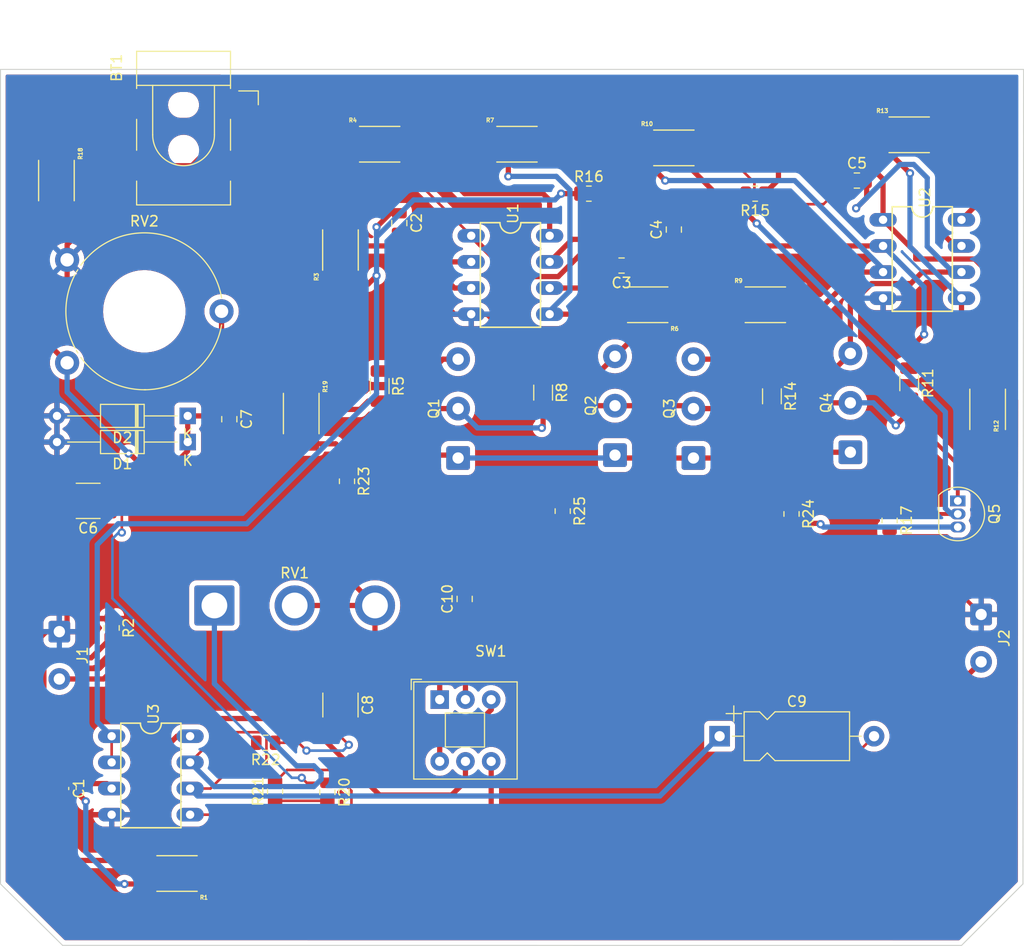
<source format=kicad_pcb>
(kicad_pcb (version 20211014) (generator pcbnew)
  (title_block (title "PhaserPCBLayout") (date "2022-05-14") (rev "0.0.1"))
  (layers (0 "F.Cu" signal) (31 "B.Cu" signal) (34 "B.Paste" user) (35 "F.Paste" user) (36 "B.SilkS" user "B.Silkscreen") (37 "F.SilkS" user "F.Silkscreen") (38 "B.Mask" user) (39 "F.Mask" user) (44 "Edge.Cuts" user))
  (net 0 "")
  (net 1 "GND")
  (net 2 "Net-(C1-Pad1)")
  (net 3 "Net-(C1-Pad2)")
  (net 4 "Net-(C2-Pad1)")
  (net 5 "Net-(C2-Pad2)")
  (net 6 "Net-(C3-Pad1)")
  (net 7 "Net-(C3-Pad2)")
  (net 8 "Net-(C4-Pad1)")
  (net 9 "Net-(C4-Pad2)")
  (net 10 "Net-(C5-Pad1)")
  (net 11 "Net-(C5-Pad2)")
  (net 12 "5.1Vref")
  (net 13 "Vbias")
  (net 14 "Net-(C8-Pad2)")
  (net 15 "Net-(C10-Pad1)")
  (net 16 "Net-(C10-Pad2)")
  (net 17 "Net-(Q5-Pad2)")
  (net 18 "Net-(R1-Pad1)")
  (net 19 "Net-(R3-Pad2)")
  (net 20 "Net-(R6-Pad2)")
  (net 21 "Net-(R10-Pad1)")
  (net 22 "Net-(R12-Pad2)")
  (net 23 "Net-(R13-Pad2)")
  (net 24 "Net-(R19-Pad1)")
  (net 25 "Net-(R20-Pad2)")
  (net 26 "Net-(C9-Pad2)")
  (net 27 "Net-(C9-Pad1)")
  (net 28 "Net-(J2-Pad2)")
  (net 29 "Net-(SW1-Pad3)")
  (net 30 "Net-(J1-Pad2)")
  (net 31 "Net-(U3-Pad8)")
  (footprint "10kres:RESC6332X70N" (layer "F.Cu") (at 165.735 73.025)
    (fp_text reference "R9")
    (fp_text value "10k")
  )
  (footprint "10kres:RESC6332X70N" (layer "F.Cu") (at 187.325 83.185 90)
    (fp_text reference "R12")
    (fp_text value "10k")
  )
  (footprint "Capacitor_SMD:C_0402_1005Metric" (layer "F.Cu") (at 98.425 120.015 -90)
    (fp_text reference "C1")
    (fp_text value "0.01uF")
  )
  (footprint "Resistor_SMD:R_1206_3216Metric" (layer "F.Cu") (at 166.37 81.915 -90)
    (fp_text reference "R14")
    (fp_text value "24k")
  )
  (footprint "Resistor_SMD:R_0805_2012Metric" (layer "F.Cu") (at 118.11 120.2925 90)
    (fp_text reference "R21")
    (fp_text value "470k")
  )
  (footprint "Capacitor_SMD:C_1812_4532Metric" (layer "F.Cu") (at 99.954 92.075 180)
    (fp_text reference "C6")
    (fp_text value "15uF")
  )
  (footprint "Resistor_SMD:R_0805_2012Metric" (layer "F.Cu") (at 102.235 104.4175 -90)
    (fp_text reference "R2")
    (fp_text value "470kOhm")
  )
  (footprint "Capacitor_SMD:C_0805_2012Metric" (layer "F.Cu") (at 130.175 65.085 -90)
    (fp_text reference "C2")
    (fp_text value "47nF")
  )
  (footprint "TL062:DIL08" (layer "F.Cu") (at 180.975 68.58 -90)
    (fp_text reference "U2")
    (fp_text value "TL062")
  )
  (footprint "Capacitor_THT:CP_Axial_L10.0mm_D4.5mm_P15.00mm_Horizontal" (layer "F.Cu") (at 161.29 114.935)
    (fp_text reference "C9")
    (fp_text value "0.01F")
  )
  (footprint "Button_Switch_THT:SW_Push_2P2T_Toggle_CK_PVA2OAH5xxxxxxV2" (layer "F.Cu") (at 134.1025 111.3775)
    (fp_text reference "SW1")
    (fp_text value "SW_DPDT_x2")
  )
  (footprint "Resistor_SMD:R_0805_2012Metric" (layer "F.Cu") (at 125.095 90.17 -90)
    (fp_text reference "R23")
    (fp_text value "3.9Meg")
  )
  (footprint "TL062:DIL08" (layer "F.Cu") (at 106.045 118.745 -90)
    (fp_text reference "U3")
    (fp_text value "TL062")
  )
  (footprint "10kres:RESC6332X70N" (layer "F.Cu") (at 179.705 56.515)
    (fp_text reference "R13")
    (fp_text value "10k")
  )
  (footprint "Connector_Wire:SolderWire-0.5sqmm_1x03_P4.8mm_D0.9mm_OD2.3mm" (layer "F.Cu") (at 173.99 87.35 90)
    (fp_text reference "Q4")
    (fp_text value "Q_NJFET_GDS")
  )
  (footprint "10kres:RESC6332X70N" (layer "F.Cu") (at 128.27 57.43)
    (fp_text reference "R4")
    (fp_text value "10k")
  )
  (footprint "RMCF2512JT1M00:RESC6332X70N" (layer "F.Cu") (at 120.65 83.589 -90)
    (fp_text reference "R19")
    (fp_text value "1Meg")
  )
  (footprint "Resistor_SMD:R_1206_3216Metric" (layer "F.Cu") (at 144.145 81.56 -90)
    (fp_text reference "R8")
    (fp_text value "24k")
  )
  (footprint "Diode_THT:D_DO-35_SOD27_P12.70mm_Horizontal" (layer "F.Cu") (at 109.624 86.36 180)
    (fp_text reference "D1")
    (fp_text value "D")
  )
  (footprint "Capacitor_SMD:C_0805_2012Metric" (layer "F.Cu") (at 113.665 84.14 -90)
    (fp_text reference "C7")
    (fp_text value "47nF")
  )
  (footprint "Resistor_SMD:R_0805_2012Metric" (layer "F.Cu") (at 123.19 120.3725 -90)
    (fp_text reference "R20")
    (fp_text value "150k")
  )
  (footprint "Resistor_SMD:R_0805_2012Metric" (layer "F.Cu") (at 168.275 93.345 -90)
    (fp_text reference "R24")
    (fp_text value "150k")
  )
  (footprint "Capacitor_SMD:C_0805_2012Metric" (layer "F.Cu") (at 156.845 65.72 90)
    (fp_text reference "C4")
    (fp_text value "47nF")
  )
  (footprint "Connector_Wire:SolderWire-2sqmm_1x03_P7.8mm_D2mm_OD3.9mm" (layer "F.Cu") (at 112.215 102.235)
    (fp_text reference "RV1")
    (fp_text value "470k")
  )
  (footprint "Resistor_SMD:R_0805_2012Metric" (layer "F.Cu") (at 117.1975 115.57 180)
    (fp_text reference "R22")
    (fp_text value "150k")
  )
  (footprint "Connector_Wire:SolderWire-0.5sqmm_1x03_P4.8mm_D0.9mm_OD2.3mm" (layer "F.Cu") (at 135.89 87.91 90)
    (fp_text reference "Q1")
    (fp_text value "Q_NJFET_GDS")
  )
  (footprint "10kres:RESC6332X70N" (layer "F.Cu") (at 96.87 60.96 -90)
    (fp_text reference "R18")
    (fp_text value "10k")
  )
  (footprint "10kres:RESC6332X70N" (layer "F.Cu") (at 124.46 67.709 90)
    (fp_text reference "R3")
    (fp_text value "10k")
  )
  (footprint "Resistor_SMD:R_1206_3216Metric" (layer "F.Cu") (at 128.27 80.925 -90)
    (fp_text reference "R5")
    (fp_text value "24k")
  )
  (footprint "10kres:RESC6332X70N" (layer "F.Cu") (at 156.845 57.785)
    (fp_text reference "R10")
    (fp_text value "10k")
  )
  (footprint "Potentiometer_THT:Potentiometer_Piher_PT-15-V15_Vertical_Hole" (layer "F.Cu") (at 97.91 78.66)
    (fp_text reference "RV2")
    (fp_text value "250k")
  )
  (footprint "Resistor_SMD:R_1206_3216Metric" (layer "F.Cu") (at 179.705 80.645 -90)
    (fp_text reference "R11")
    (fp_text value "24k")
  )
  (footprint "Connector_Wire:SolderWire-0.5sqmm_1x03_P4.8mm_D0.9mm_OD2.3mm" (layer "F.Cu") (at 151.13 87.63 90)
    (fp_text reference "Q2")
    (fp_text value "Q_NJFET_GDS")
  )
  (footprint "Capacitor_SMD:C_0805_2012Metric" (layer "F.Cu") (at 136.525 101.6 90)
    (fp_text reference "C10")
    (fp_text value "47nF")
  )
  (footprint "Diode_THT:D_DO-35_SOD27_P12.70mm_Horizontal" (layer "F.Cu") (at 109.624 83.82 180)
    (fp_text reference "D2")
    (fp_text value "5.1V")
  )
  (footprint "Package_TO_SOT_THT:TO-92_Inline" (layer "F.Cu") (at 184.425 92.075 -90)
    (fp_text reference "Q5")
    (fp_text value "2N3904")
  )
  (footprint "10kres:RESC6332X70N" (layer "F.Cu") (at 141.605 57.43)
    (fp_text reference "R7")
    (fp_text value "10k")
  )
  (footprint "Capacitor_SMD:C_0805_2012Metric" (layer "F.Cu") (at 174.625 60.96)
    (fp_text reference "C5")
    (fp_text value "47nF")
  )
  (footprint "Resistor_SMD:R_0805_2012Metric" (layer "F.Cu") (at 148.59 62.23)
    (fp_text reference "R16")
    (fp_text value "150k")
  )
  (footprint "Connector_Wire:SolderWire-0.5sqmm_1x03_P4.8mm_D0.9mm_OD2.3mm" (layer "F.Cu") (at 158.75 87.91 90)
    (fp_text reference "Q3")
    (fp_text value "Q_NJFET_GDS")
  )
  (footprint "Resistor_SMD:R_0805_2012Metric" (layer "F.Cu") (at 146.05 93.0675 -90)
    (fp_text reference "R25")
    (fp_text value "150k")
  )
  (footprint "Resistor_SMD:R_0805_2012Metric" (layer "F.Cu") (at 164.7425 62.23 180)
    (fp_text reference "R15")
    (fp_text value "150k")
  )
  (footprint "10kres:RESC6332X70N" (layer "F.Cu") (at 108.585 128.27 180)
    (fp_text reference "R1")
    (fp_text value "10kOhm")
  )
  (footprint "Resistor_SMD:R_0805_2012Metric" (layer "F.Cu") (at 177.8 93.98 -90)
    (fp_text reference "R17")
    (fp_text value "150k")
  )
  (footprint "Connector_Wire:SolderWire-0.5sqmm_1x02_P4.6mm_D0.9mm_OD2.1mm" (layer "F.Cu") (at 186.69 103.11 -90)
    (fp_text reference "J2")
    (fp_text value "Barrel_Jack")
  )
  (footprint "Connector_BarrelJack:BarrelJack_CLIFF_FC681465S_SMT_Horizontal" (layer "F.Cu") (at 109.22 56.515 -90)
    (fp_text reference "BT1")
    (fp_text value "9VDC")
  )
  (footprint "Connector_Wire:SolderWire-0.5sqmm_1x02_P4.6mm_D0.9mm_OD2.1mm" (layer "F.Cu") (at 97.155 104.775 -90)
    (fp_text reference "J1")
    (fp_text value "Barrel_Jack")
  )
  (footprint "10kres:RESC6332X70N" (layer "F.Cu") (at 154.305 73.025 180)
    (fp_text reference "R6")
    (fp_text value "10k")
  )
  (footprint "Capacitor_SMD:C_1812_4532Metric" (layer "F.Cu") (at 124.46 111.905 -90)
    (fp_text reference "C8")
    (fp_text value "15uF")
  )
  (footprint "TL062:DIL08" (layer "F.Cu") (at 140.97 70.13 -90)
    (fp_text reference "U1")
    (fp_text value "TL062")
  )
  (footprint "Capacitor_SMD:C_0805_2012Metric" (layer "F.Cu") (at 151.765 69.215 180)
    (fp_text reference "C3")
    (fp_text value "47nF")
  )
  (gr_line (start 184.785 135.255) (end 190.754 129.286) (layer "Edge.Cuts") (width 0.1))
  (gr_line (start 91.44 129.286) (end 91.44 50.165) (layer "Edge.Cuts") (width 0.1))
  (gr_line (start 184.785 135.255) (end 97.47 135.25) (layer "Edge.Cuts") (width 0.1))
  (gr_line (start 91.44 129.286) (end 97.47 135.25) (layer "Edge.Cuts") (width 0.1))
  (gr_line (start 190.8175 50.165) (end 190.754 129.286) (layer "Edge.Cuts") (width 0.1))
  (gr_line (start 190.8175 50.165) (end 91.44 50.165) (layer "Edge.Cuts") (width 0.1))
  (segment (start 135.535 73.94) (end 130.175 68.58) (width 0.508) (layer "F.Cu") (net 1))
  (segment (start 107.95 107.95) (end 109.855 109.855) (width 0.508) (layer "F.Cu") (net 1))
  (segment (start 142.955 92.155) (end 146.05 92.155) (width 0.508) (layer "F.Cu") (net 1))
  (segment (start 97.904 89.014) (end 96.924 88.034) (width 0.508) (layer "F.Cu") (net 1))
  (segment (start 184.785 101.205) (end 184.785 97.155) (width 0.381) (layer "F.Cu") (net 1))
  (segment (start 114.72 53.515) (end 114.72 59.515) (width 0.508) (layer "F.Cu") (net 1))
  (segment (start 97.91 74.415) (end 97.91 68.66) (width 0.508) (layer "F.Cu") (net 1))
  (segment (start 171.45 92.075) (end 168.6325 92.075) (width 0.381) (layer "F.Cu") (net 1))
  (segment (start 94.615 106.045) (end 95.885 104.775) (width 0.508) (layer "F.Cu") (net 1))
  (segment (start 140.97 76.2) (end 140.97 90.17) (width 0.508) (layer "F.Cu") (net 1))
  (segment (start 184.785 97.155) (end 184.15 96.52) (width 0.381) (layer "F.Cu") (net 1))
  (segment (start 186.69 103.11) (end 184.785 101.205) (width 0.381) (layer "F.Cu") (net 1))
  (segment (start 97.91 67.19) (end 99.06 66.04) (width 0.508) (layer "F.Cu") (net 1))
  (segment (start 97.904 92.075) (end 97.904 89.014) (width 0.508) (layer "F.Cu") (net 1))
  (segment (start 172.72 95.25) (end 172.72 93.345) (width 0.381) (layer "F.Cu") (net 1))
  (segment (start 94.615 120.65) (end 94.615 106.045) (width 0.508) (layer "F.Cu") (net 1))
  (segment (start 95.885 104.775) (end 97.155 104.775) (width 0.508) (layer "F.Cu") (net 1))
  (segment (start 174.625 92.075) (end 171.45 92.075) (width 0.508) (layer "F.Cu") (net 1))
  (segment (start 121.49 68.58) (end 114.72 61.81) (width 0.508) (layer "F.Cu") (net 1))
  (segment (start 177.165 89.535) (end 174.625 92.075) (width 0.508) (layer "F.Cu") (net 1))
  (segment (start 102.235 103.505) (end 106.045 103.505) (width 0.508) (layer "F.Cu") (net 1))
  (segment (start 109.855 109.855) (end 124.46 109.855) (width 0.508) (layer "F.Cu") (net 1))
  (segment (start 177.165 72.39) (end 177.165 89.535) (width 0.508) (layer "F.Cu") (net 1))
  (segment (start 106.045 103.505) (end 107.95 105.41) (width 0.508) (layer "F.Cu") (net 1))
  (segment (start 137.16 73.94) (end 135.535 73.94) (width 0.508) (layer "F.Cu") (net 1))
  (segment (start 99.695 81.28) (end 100.33 80.645) (width 0.508) (layer "F.Cu") (net 1))
  (segment (start 114.72 61.81) (end 114.72 59.515) (width 0.508) (layer "F.Cu") (net 1))
  (segment (start 100.33 76.835) (end 97.91 74.415) (width 0.508) (layer "F.Cu") (net 1))
  (segment (start 97.904 104.026) (end 97.155 104.775) (width 0.508) (layer "F.Cu") (net 1))
  (segment (start 97.79 81.28) (end 99.695 81.28) (width 0.508) (layer "F.Cu") (net 1))
  (segment (start 130.175 68.58) (end 121.49 68.58) (width 0.508) (layer "F.Cu") (net 1))
  (segment (start 97.91 68.66) (end 97.91 67.19) (width 0.508) (layer "F.Cu") (net 1))
  (segment (start 168.6325 92.075) (end 168.275 92.4325) (width 0.381) (layer "F.Cu") (net 1))
  (segment (start 172.72 93.345) (end 171.45 92.075) (width 0.381) (layer "F.Cu") (net 1))
  (segment (start 96.924 83.82) (end 96.924 82.146) (width 0.508) (layer "F.Cu") (net 1))
  (segment (start 107.95 105.41) (end 107.95 107.95) (width 0.508) (layer "F.Cu") (net 1))
  (segment (start 137.16 73.94) (end 138.71 73.94) (width 0.508) (layer "F.Cu") (net 1))
  (segment (start 99.06 66.04) (end 110.49 66.04) (width 0.508) (layer "F.Cu") (net 1))
  (segment (start 167.9975 92.155) (end 168.275 92.4325) (width 0.508) (layer "F.Cu") (net 1))
  (segment (start 96.924 82.146) (end 97.79 81.28) (width 0.508) (layer "F.Cu") (net 1))
  (segment (start 96.924 83.82) (end 96.924 86.36) (width 0.508) (layer "F.Cu") (net 1))
  (segment (start 100.33 103.505) (end 102.235 103.505) (width 0.508) (layer "F.Cu") (net 1))
  (segment (start 96.52 122.555) (end 94.615 120.65) (width 0.508) (layer "F.Cu") (net 1))
  (segment (start 173.99 96.52) (end 172.72 95.25) (width 0.381) (layer "F.Cu") (net 1))
  (segment (start 96.924 88.034) (end 96.924 86.36) (width 0.508) (layer "F.Cu") (net 1))
  (segment (start 100.33 80.645) (end 100.33 76.835) (width 0.508) (layer "F.Cu") (net 1))
  (segment (start 97.904 92.075) (end 97.904 104.026) (width 0.508) (layer "F.Cu") (net 1))
  (segment (start 99.06 104.775) (end 100.33 103.505) (width 0.508) (layer "F.Cu") (net 1))
  (segment (start 146.05 92.155) (end 167.9975 92.155) (width 0.508) (layer "F.Cu") (net 1))
  (segment (start 110.49 66.04) (end 114.72 61.81) (width 0.508) (layer "F.Cu") (net 1))
  (segment (start 97.155 104.775) (end 99.06 104.775) (width 0.508) (layer "F.Cu") (net 1))
  (segment (start 184.15 96.52) (end 173.99 96.52) (width 0.381) (layer "F.Cu") (net 1))
  (segment (start 102.235 122.555) (end 96.52 122.555) (width 0.508) (layer "F.Cu") (net 1))
  (segment (start 140.97 90.17) (end 142.955 92.155) (width 0.508) (layer "F.Cu") (net 1))
  (segment (start 138.71 73.94) (end 140.97 76.2) (width 0.508) (layer "F.Cu") (net 1))
  (segment (start 98.425 119.535) (end 101.755 119.535) (width 0.508) (layer "F.Cu") (net 2))
  (segment (start 102.235 105.33) (end 100.25 107.315) (width 0.508) (layer "F.Cu") (net 2))
  (segment (start 100.25 107.315) (end 95.885 107.315) (width 0.508) (layer "F.Cu") (net 2))
  (segment (start 95.651489 107.548511) (end 95.651489 116.761489) (width 0.508) (layer "F.Cu") (net 2))
  (segment (start 101.755 119.535) (end 102.235 120.015) (width 0.508) (layer "F.Cu") (net 2))
  (segment (start 95.885 107.315) (end 95.651489 107.548511) (width 0.508) (layer "F.Cu") (net 2))
  (segment (start 95.651489 116.761489) (end 98.425 119.535) (width 0.508) (layer "F.Cu") (net 2))
  (segment (start 104.625 129.286) (end 105.641 128.27) (width 0.508) (layer "F.Cu") (net 3))
  (segment (start 98.9558 120.495) (end 99.7204 121.2596) (width 0.508) (layer "F.Cu") (net 3))
  (segment (start 98.425 120.495) (end 98.9558 120.495) (width 0.508) (layer "F.Cu") (net 3))
  (segment (start 103.4796 129.286) (end 104.625 129.286) (width 0.508) (layer "F.Cu") (net 3))
  (via (at 99.7204 121.2596) (size 0.8) (drill 0.4) (layers "F.Cu" "B.Cu") (net 3))
  (via (at 103.4796 129.286) (size 0.8) (drill 0.4) (layers "F.Cu" "B.Cu") (net 3))
  (segment (start 102.8192 129.286) (end 103.4796 129.286) (width 0.508) (layer "B.Cu") (net 3))
  (segment (start 99.7204 121.2596) (end 99.7204 126.1872) (width 0.508) (layer "B.Cu") (net 3))
  (segment (start 99.7204 126.1872) (end 102.8192 129.286) (width 0.508) (layer "B.Cu") (net 3))
  (segment (start 130.175 64.135) (end 129.3114 64.135) (width 0.508) (layer "F.Cu") (net 4))
  (segment (start 126.787 70.653) (end 124.46 70.653) (width 0.508) (layer "F.Cu") (net 4))
  (segment (start 129.3114 64.135) (end 127.9652 65.4812) (width 0.508) (layer "F.Cu") (net 4))
  (segment (start 127.9652 70.2056) (end 127.1524 71.0184) (width 0.508) (layer "F.Cu") (net 4))
  (segment (start 127.1524 71.0184) (end 126.787 70.653) (width 0.508) (layer "F.Cu") (net 4))
  (segment (start 102.235 114.935) (end 102.235 117.475) (width 0.254) (layer "F.Cu") (net 4))
  (segment (start 145.8976 62.23) (end 147.6775 62.23) (width 0.508) (layer "F.Cu") (net 4))
  (via (at 145.8976 62.23) (size 0.8) (drill 0.4) (layers "F.Cu" "B.Cu") (net 4))
  (via (at 127.9652 65.4812) (size 0.8) (drill 0.4) (layers "F.Cu" "B.Cu") (net 4))
  (via (at 127.9652 70.2056) (size 0.8) (drill 0.4) (layers "F.Cu" "B.Cu") (net 4))
  (segment (start 127.9652 81.6864) (end 115.356711 94.294889) (width 0.508) (layer "B.Cu") (net 4))
  (segment (start 102.872063 94.294889) (end 100.838 96.328952) (width 0.508) (layer "B.Cu") (net 4))
  (segment (start 115.356711 94.294889) (end 102.872063 94.294889) (width 0.508) (layer "B.Cu") (net 4))
  (segment (start 127.9652 66.4464) (end 127.9652 70.2056) (width 0.508) (layer "B.Cu") (net 4))
  (segment (start 127.9652 66.4464) (end 131.572 62.8396) (width 0.508) (layer "B.Cu") (net 4))
  (segment (start 127.9652 65.4812) (end 127.9652 66.4464) (width 0.508) (layer "B.Cu") (net 4))
  (segment (start 100.838 96.328952) (end 100.838 113.538) (width 0.508) (layer "B.Cu") (net 4))
  (segment (start 127.9652 70.2056) (end 127.9652 81.6864) (width 0.508) (layer "B.Cu") (net 4))
  (segment (start 131.572 62.8396) (end 145.288 62.8396) (width 0.508) (layer "B.Cu") (net 4))
  (segment (start 100.838 113.538) (end 102.235 114.935) (width 0.508) (layer "B.Cu") (net 4))
  (segment (start 145.288 62.8396) (end 145.8976 62.23) (width 0.508) (layer "B.Cu") (net 4))
  (segment (start 128.27 79.4625) (end 133.2625 79.4625) (width 0.508) (layer "F.Cu") (net 5))
  (segment (start 134.9 68.86) (end 137.16 68.86) (width 0.508) (layer "F.Cu") (net 5))
  (segment (start 133.2625 79.4625) (end 134.415 78.31) (width 0.508) (layer "F.Cu") (net 5))
  (segment (start 130.175 66.035) (end 132.075 66.035) (width 0.508) (layer "F.Cu") (net 5))
  (segment (start 132.075 66.035) (end 134.9 68.86) (width 0.508) (layer "F.Cu") (net 5))
  (segment (start 134.415 78.31) (end 135.89 78.31) (width 0.508) (layer "F.Cu") (net 5))
  (segment (start 131.214 57.43) (end 131.214 60.374) (width 0.254) (layer "F.Cu") (net 6))
  (segment (start 145.61392 70.28608) (end 141.12608 70.28608) (width 0.508) (layer "F.Cu") (net 6))
  (segment (start 152.715 69.215) (end 153.439 69.215) (width 0.508) (layer "F.Cu") (net 6))
  (segment (start 131.214 60.374) (end 137.16 66.32) (width 0.254) (layer "F.Cu") (net 6))
  (segment (start 152.715 69.215) (end 151.53648 68.03648) (width 0.508) (layer "F.Cu") (net 6))
  (segment (start 141.12608 70.28608) (end 137.16 66.32) (width 0.508) (layer "F.Cu") (net 6))
  (segment (start 153.439 69.215) (end 157.249 73.025) (width 0.508) (layer "F.Cu") (net 6))
  (segment (start 151.53648 68.03648) (end 147.86352 68.03648) (width 0.508) (layer "F.Cu") (net 6))
  (segment (start 147.86352 68.03648) (end 145.61392 70.28608) (width 0.508) (layer "F.Cu") (net 6))
  (segment (start 149.0625 80.0975) (end 151.13 78.03) (width 0.508) (layer "F.Cu") (net 7))
  (segment (start 150.815 69.215) (end 150.815 69.53) (width 0.508) (layer "F.Cu") (net 7))
  (segment (start 150.815 69.215) (end 152.479511 70.879511) (width 0.508) (layer "F.Cu") (net 7))
  (segment (start 150.815 69.53) (end 148.945 71.4) (width 0.508) (layer "F.Cu") (net 7))
  (segment (start 152.479511 76.680489) (end 151.13 78.03) (width 0.508) (layer "F.Cu") (net 7))
  (segment (start 148.945 71.4) (end 144.78 71.4) (width 0.508) (layer "F.Cu") (net 7))
  (segment (start 152.479511 70.879511) (end 152.479511 76.680489) (width 0.508) (layer "F.Cu") (net 7))
  (segment (start 144.145 80.0975) (end 149.0625 80.0975) (width 0.508) (layer "F.Cu") (net 7))
  (segment (start 148.585 66.67) (end 156.845 66.67) (width 0.508) (layer "F.Cu") (net 8))
  (segment (start 148.59 66.665) (end 148.585 66.67) (width 0.254) (layer "F.Cu") (net 8))
  (segment (start 146.97 66.67) (end 148.585 66.67) (width 0.508) (layer "F.Cu") (net 8))
  (segment (start 144.549 57.43) (end 147.6 57.43) (width 0.254) (layer "F.Cu") (net 8))
  (segment (start 144.78 68.86) (end 146.97 66.67) (width 0.508) (layer "F.Cu") (net 8))
  (segment (start 162.791 73.025) (end 162.791 72.616) (width 0.508) (layer "F.Cu") (net 8))
  (segment (start 148.59 58.42) (end 148.59 66.665) (width 0.254) (layer "F.Cu") (net 8))
  (segment (start 162.791 72.616) (end 156.845 66.67) (width 0.508) (layer "F.Cu") (net 8))
  (segment (start 147.6 57.43) (end 148.59 58.42) (width 0.254) (layer "F.Cu") (net 8))
  (segment (start 156.845 64.77) (end 159.385 64.77) (width 0.508) (layer "F.Cu") (net 9))
  (segment (start 158.75 78.31) (end 162.355 78.31) (width 0.508) (layer "F.Cu") (net 9))
  (segment (start 179.705 79.1825) (end 179.705 77.343) (width 0.508) (layer "F.Cu") (net 9))
  (segment (start 179.705 77.343) (end 181.1528 75.8952) (width 0.508) (layer "F.Cu") (net 9))
  (segment (start 161.925 67.31) (end 177.165 67.31) (width 0.508) (layer "F.Cu") (net 9))
  (segment (start 159.385 64.77) (end 161.925 67.31) (width 0.508) (layer "F.Cu") (net 9))
  (segment (start 165.1 75.565) (end 165.1 70.485) (width 0.508) (layer "F.Cu") (net 9))
  (segment (start 162.355 78.31) (end 165.1 75.565) (width 0.508) (layer "F.Cu") (net 9))
  (segment (start 165.1 70.485) (end 161.925 67.31) (width 0.508) (layer "F.Cu") (net 9))
  (via (at 181.1528 75.8952) (size 0.8) (drill 0.4) (layers "F.Cu" "B.Cu") (net 9))
  (segment (start 181.1528 75.8952) (end 181.1528 71.2978) (width 0.508) (layer "B.Cu") (net 9))
  (segment (start 181.1528 71.2978) (end 177.165 67.31) (width 0.508) (layer "B.Cu") (net 9))
  (segment (start 189.865 81.31854) (end 189.865 72.39) (width 0.508) (layer "F.Cu") (net 10))
  (segment (start 176.116407 59.78148) (end 174.85352 59.78148) (width 0.508) (layer "F.Cu") (net 10))
  (segment (start 189.865 72.39) (end 186.055 68.58) (width 0.508) (layer "F.Cu") (net 10))
  (segment (start 171.37848 63.25652) (end 165.153698 63.25652) (width 0.254) (layer "F.Cu") (net 10))
  (segment (start 187.325 83.85854) (end 189.865 81.31854) (width 0.508) (layer "F.Cu") (net 10))
  (segment (start 187.325 86.129) (end 187.325 83.85854) (width 0.508) (layer "F.Cu") (net 10))
  (segment (start 186.055 68.58) (end 180.34 68.58) (width 0.508) (layer "F.Cu") (net 10))
  (segment (start 177.165 64.77) (end 177.165 60.830073) (width 0.508) (layer "F.Cu") (net 10))
  (segment (start 165.153698 63.25652) (end 164.66902 62.771842) (width 0.254) (layer "F.Cu") (net 10))
  (segment (start 174.85352 59.78148) (end 173.675 60.96) (width 0.508) (layer "F.Cu") (net 10))
  (segment (start 177.165 60.830073) (end 176.116407 59.78148) (width 0.508) (layer "F.Cu") (net 10))
  (segment (start 164.66902 61.16402) (end 161.29 57.785) (width 0.254) (layer "F.Cu") (net 10))
  (segment (start 180.34 68.58) (end 180.34 67.945) (width 0.508) (layer "F.Cu") (net 10))
  (segment (start 180.34 67.945) (end 177.165 64.77) (width 0.508) (layer "F.Cu") (net 10))
  (segment (start 173.675 60.96) (end 171.37848 63.25652) (width 0.254) (layer "F.Cu") (net 10))
  (segment (start 161.29 57.785) (end 159.789 57.785) (width 0.254) (layer "F.Cu") (net 10))
  (segment (start 164.66902 62.771842) (end 164.66902 61.16402) (width 0.254) (layer "F.Cu") (net 10))
  (segment (start 173.99 77.75) (end 173.99 73.025) (width 0.508) (layer "F.Cu") (net 11))
  (segment (start 176.05108 70.96392) (end 179.86108 70.96392) (width 0.508) (layer "F.Cu") (net 11))
  (segment (start 166.37 80.4525) (end 171.2875 80.4525) (width 0.508) (layer "F.Cu") (net 11))
  (segment (start 175.575 62.6262) (end 174.5488 63.6524) (width 0.508) (layer "F.Cu") (net 11))
  (segment (start 173.99 73.025) (end 176.05108 70.96392) (width 0.508) (layer "F.Cu") (net 11))
  (segment (start 180.975 69.85) (end 184.785 69.85) (width 0.508) (layer "F.Cu") (net 11))
  (segment (start 179.86108 70.96392) (end 180.975 69.85) (width 0.508) (layer "F.Cu") (net 11))
  (segment (start 175.575 60.96) (end 175.575 62.6262) (width 0.508) (layer "F.Cu") (net 11))
  (segment (start 171.2875 80.4525) (end 173.99 77.75) (width 0.508) (layer "F.Cu") (net 11))
  (via (at 174.5488 63.6524) (size 0.8) (drill 0.4) (layers "F.Cu" "B.Cu") (net 11))
  (segment (start 183.9468 69.85) (end 184.785 69.85) (width 0.508) (layer "B.Cu") (net 11))
  (segment (start 181.4576 60.706) (end 181.4576 67.3608) (width 0.508) (layer "B.Cu") (net 11))
  (segment (start 181.4576 67.3608) (end 183.9468 69.85) (width 0.508) (layer "B.Cu") (net 11))
  (segment (start 178.805911 59.395289) (end 180.146889 59.395289) (width 0.508) (layer "B.Cu") (net 11))
  (segment (start 180.146889 59.395289) (end 181.4576 60.706) (width 0.508) (layer "B.Cu") (net 11))
  (segment (start 174.5488 63.6524) (end 178.805911 59.395289) (width 0.508) (layer "B.Cu") (net 11))
  (segment (start 95.885 66.04) (end 95.885 76.635) (width 0.508) (layer "F.Cu") (net 12))
  (segment (start 113.035 83.82) (end 113.665 83.19) (width 0.508) (layer "F.Cu") (net 12))
  (segment (start 96.87 63.904) (end 96.87 65.055) (width 0.508) (layer "F.Cu") (net 12))
  (segment (start 103.2256 95.1484) (end 103.2256 93.2966) (width 0.254) (layer "F.Cu") (net 12))
  (segment (start 179.705 83.439) (end 178.4096 84.7344) (width 0.508) (layer "F.Cu") (net 12))
  (segment (start 109.624 87.226) (end 108.585 88.265) (width 0.508) (layer "F.Cu") (net 12))
  (segment (start 158.75 83.11) (end 166.1025 83.11) (width 0.508) (layer "F.Cu") (net 12))
  (segment (start 179.705 83.82) (end 179.705 82.1075) (width 0.381) (layer "F.Cu") (net 12))
  (segment (start 102.004 92.075) (end 103.505 90.574) (width 0.508) (layer "F.Cu") (net 12))
  (segment (start 166.37 83.3775) (end 167.1975 82.55) (width 0.508) (layer "F.Cu") (net 12))
  (segment (start 95.885 76.635) (end 97.91 78.66) (width 0.508) (layer "F.Cu") (net 12))
  (segment (start 103.2256 93.2966) (end 102.004 92.075) (width 0.254) (layer "F.Cu") (net 12))
  (segment (start 120.7008 118.9736) (end 121.1872 119.46) (width 0.254) (layer "F.Cu") (net 12))
  (segment (start 104.775 88.265) (end 103.505 89.535) (width 0.508) (layer "F.Cu") (net 12))
  (segment (start 184.425 88.54) (end 179.705 83.82) (width 0.381) (layer "F.Cu") (net 12))
  (segment (start 103.9876 87.4776) (end 103.886 87.4776) (width 0.508) (layer "F.Cu") (net 12))
  (segment (start 179.705 82.1075) (end 179.705 83.439) (width 0.508) (layer "F.Cu") (net 12))
  (segment (start 96.87 65.055) (end 95.885 66.04) (width 0.508) (layer "F.Cu") (net 12))
  (segment (start 127.1625 82.3875) (end 128.27 82.3875) (width 0.508) (layer "F.Cu") (net 12))
  (segment (start 108.585 88.265) (end 104.775 88.265) (width 0.508) (layer "F.Cu") (net 12))
  (segment (start 103.505 89.535) (end 103.505 90.574) (width 0.508) (layer "F.Cu") (net 12))
  (segment (start 104.775 88.265) (end 103.9876 87.4776) (width 0.508) (layer "F.Cu") (net 12))
  (segment (start 109.624 83.82) (end 109.624 86.36) (width 0.508) (layer "F.Cu") (net 12))
  (segment (start 144.3375 82.83) (end 151.13 82.83) (width 0.508) (layer "F.Cu") (net 12))
  (segment (start 166.1025 83.11) (end 166.37 83.3775) (width 0.508) (layer "F.Cu") (net 12))
  (segment (start 133.425 83.11) (end 135.89 83.11) (width 0.508) (layer "F.Cu") (net 12))
  (segment (start 109.624 87.226) (end 109.624 86.36) (width 0.25) (layer "F.Cu") (net 12))
  (segment (start 167.1975 82.55) (end 173.99 82.55) (width 0.508) (layer "F.Cu") (net 12))
  (segment (start 184.425 92.075) (end 184.425 88.54) (width 0.381) (layer "F.Cu") (net 12))
  (segment (start 144.145 84.8614) (end 144.018 84.9884) (width 0.508) (layer "F.Cu") (net 12))
  (segment (start 121.1872 119.46) (end 123.19 119.46) (width 0.254) (layer "F.Cu") (net 12))
  (segment (start 144.145 83.0225) (end 144.3375 82.83) (width 0.508) (layer "F.Cu") (net 12))
  (segment (start 151.13 82.83) (end 158.47 82.83) (width 0.508) (layer "F.Cu") (net 12))
  (segment (start 128.27 82.3875) (end 132.5525 82.3875) (width 0.508) (layer "F.Cu") (net 12))
  (segment (start 158.47 82.83) (end 158.75 83.11) (width 0.508) (layer "F.Cu") (net 12))
  (segment (start 144.145 83.0225) (end 144.145 84.8614) (width 0.508) (layer "F.Cu") (net 12))
  (segment (start 113.665 83.19) (end 126.36 83.19) (width 0.508) (layer "F.Cu") (net 12))
  (segment (start 109.624 83.82) (end 113.035 83.82) (width 0.508) (layer "F.Cu") (net 12))
  (segment (start 126.36 83.19) (end 127.1625 82.3875) (width 0.508) (layer "F.Cu") (net 12))
  (segment (start 133.35 83.185) (end 133.425 83.11) (width 0.508) (layer "F.Cu") (net 12))
  (segment (start 132.5525 82.3875) (end 133.35 83.185) (width 0.508) (layer "F.Cu") (net 12))
  (via (at 144.018 84.9884) (size 0.8) (drill 0.4) (layers "F.Cu" "B.Cu") (net 12))
  (via (at 178.4096 84.7344) (size 0.8) (drill 0.4) (layers "F.Cu" "B.Cu") (net 12))
  (via (at 120.7008 118.9736) (size 0.8) (drill 0.4) (layers "F.Cu" "B.Cu") (net 12))
  (via (at 103.886 87.4776) (size 0.8) (drill 0.4) (layers "F.Cu" "B.Cu") (net 12))
  (via (at 103.2256 95.1484) (size 0.8) (drill 0.4) (layers "F.Cu" "B.Cu") (net 12))
  (segment (start 120.7008 118.9736) (end 119.7356 118.9736) (width 0.254) (layer "B.Cu") (net 12))
  (segment (start 119.7356 118.9736) (end 102.3112 101.5492) (width 0.254) (layer "B.Cu") (net 12))
  (segment (start 103.886 87.4776) (end 97.91 81.5016) (width 0.508) (layer "B.Cu") (net 12))
  (segment (start 137.7684 84.9884) (end 135.89 83.11) (width 0.508) (layer "B.Cu") (net 12))
  (segment (start 102.3112 101.5492) (end 102.3112 95.758) (width 0.254) (layer "B.Cu") (net 12))
  (segment (start 178.4096 84.7344) (end 176.2252 82.55) (width 0.508) (layer "B.Cu") (net 12))
  (segment (start 102.9208 95.1484) (end 103.2256 95.1484) (width 0.254) (layer "B.Cu") (net 12))
  (segment (start 97.91 81.5016) (end 97.91 78.66) (width 0.508) (layer "B.Cu") (net 12))
  (segment (start 176.2252 82.55) (end 173.99 82.55) (width 0.508) (layer "B.Cu") (net 12))
  (segment (start 102.3112 95.758) (end 102.9208 95.1484) (width 0.254) (layer "B.Cu") (net 12))
  (segment (start 144.018 84.9884) (end 137.7684 84.9884) (width 0.508) (layer "B.Cu") (net 12))
  (segment (start 117.013 86.533) (end 120.65 86.533) (width 0.508) (layer "F.Cu") (net 13))
  (segment (start 113.665 85.09) (end 115.57 85.09) (width 0.508) (layer "F.Cu") (net 13))
  (segment (start 170.46 87.35) (end 169.9 87.91) (width 0.508) (layer "F.Cu") (net 13))
  (segment (start 173.99 87.35) (end 170.46 87.35) (width 0.508) (layer "F.Cu") (net 13))
  (segment (start 169.9 87.91) (end 158.75 87.91) (width 0.508) (layer "F.Cu") (net 13))
  (segment (start 125.095 87.63) (end 135.61 87.63) (width 0.508) (layer "F.Cu") (net 13))
  (segment (start 123.998 86.533) (end 125.095 87.63) (width 0.508) (layer "F.Cu") (net 13))
  (segment (start 151.41 87.91) (end 151.13 87.63) (width 0.508) (layer "F.Cu") (net 13))
  (segment (start 125.095 87.63) (end 125.095 89.2575) (width 0.508) (layer "F.Cu") (net 13))
  (segment (start 158.75 87.91) (end 151.41 87.91) (width 0.508) (layer "F.Cu") (net 13))
  (segment (start 135.61 87.63) (end 135.89 87.91) (width 0.508) (layer "F.Cu") (net 13))
  (segment (start 115.57 85.09) (end 117.013 86.533) (width 0.508) (layer "F.Cu") (net 13))
  (segment (start 120.65 86.533) (end 123.998 86.533) (width 0.508) (layer "F.Cu") (net 13))
  (segment (start 150.85 87.91) (end 151.13 87.63) (width 0.508) (layer "B.Cu") (net 13))
  (segment (start 135.89 87.91) (end 150.85 87.91) (width 0.508) (layer "B.Cu") (net 13))
  (segment (start 125.095 91.0825) (end 125.095 99.515) (width 0.508) (layer "F.Cu") (net 14))
  (segment (start 125.095 99.515) (end 127.815 102.235) (width 0.508) (layer "F.Cu") (net 14))
  (segment (start 124.46 113.955) (end 124.46 114.9604) (width 0.254) (layer "F.Cu") (net 14))
  (segment (start 120.396 115.57) (end 121.158 116.332) (width 0.254) (layer "F.Cu") (net 14))
  (segment (start 120.015 102.235) (end 127.815 102.235) (width 0.508) (layer "F.Cu") (net 14))
  (segment (start 118.11 115.57) (end 120.396 115.57) (width 0.254) (layer "F.Cu") (net 14))
  (segment (start 124.46 114.9604) (end 125.2728 115.7732) (width 0.254) (layer "F.Cu") (net 14))
  (segment (start 124.805 113.955) (end 127.815 110.945) (width 0.508) (layer "F.Cu") (net 14))
  (segment (start 124.46 113.955) (end 124.805 113.955) (width 0.508) (layer "F.Cu") (net 14))
  (segment (start 127.815 110.945) (end 127.815 102.235) (width 0.508) (layer "F.Cu") (net 14))
  (via (at 125.2728 115.7732) (size 0.8) (drill 0.4) (layers "F.Cu" "B.Cu") (net 14))
  (via (at 121.158 116.332) (size 0.8) (drill 0.4) (layers "F.Cu" "B.Cu") (net 14))
  (segment (start 124.714 116.332) (end 125.2728 115.7732) (width 0.254) (layer "B.Cu") (net 14))
  (segment (start 121.158 116.332) (end 124.714 116.332) (width 0.254) (layer "B.Cu") (net 14))
  (segment (start 178.0775 94.615) (end 184.425 94.615) (width 0.381) (layer "F.Cu") (net 15))
  (segment (start 149.5825 94.2575) (end 168.275 94.2575) (width 0.508) (layer "F.Cu") (net 15))
  (segment (start 177.8 94.8925) (end 178.0775 94.615) (width 0.381) (layer "F.Cu") (net 15))
  (segment (start 171.0163 94.2575) (end 171.0944 94.3356) (width 0.508) (layer "F.Cu") (net 15))
  (segment (start 146.685 97.155) (end 149.5825 94.2575) (width 0.508) (layer "F.Cu") (net 15))
  (segment (start 136.845 102.55) (end 142.24 97.155) (width 0.508) (layer "F.Cu") (net 15))
  (segment (start 142.24 97.155) (end 146.685 97.155) (width 0.508) (layer "F.Cu") (net 15))
  (segment (start 136.525 102.55) (end 136.845 102.55) (width 0.508) (layer "F.Cu") (net 15))
  (segment (start 168.275 94.2575) (end 171.0163 94.2575) (width 0.508) (layer "F.Cu") (net 15))
  (via (at 171.0944 94.3356) (size 0.8) (drill 0.4) (layers "F.Cu" "B.Cu") (net 15))
  (segment (start 171.0944 94.3356) (end 171.3738 94.615) (width 0.508) (layer "B.Cu") (net 15))
  (segment (start 171.3738 94.615) (end 184.425 94.615) (width 0.508) (layer "B.Cu") (net 15))
  (segment (start 141.29 95.885) (end 145.415 95.885) (width 0.508) (layer "F.Cu") (net 16))
  (segment (start 134.1025 101.0825) (end 134.1025 111.3775) (width 0.508) (layer "F.Cu") (net 16))
  (segment (start 145.415 95.885) (end 146.05 95.25) (width 0.508) (layer "F.Cu") (net 16))
  (segment (start 134.3 100.65) (end 133.985 100.965) (width 0.508) (layer "F.Cu") (net 16))
  (segment (start 136.525 100.65) (end 134.3 100.65) (width 0.508) (layer "F.Cu") (net 16))
  (segment (start 136.525 100.65) (end 141.29 95.885) (width 0.508) (layer "F.Cu") (net 16))
  (segment (start 146.05 95.25) (end 146.05 93.98) (width 0.508) (layer "F.Cu") (net 16))
  (segment (start 133.985 100.965) (end 134.1025 101.0825) (width 0.508) (layer "F.Cu") (net 16))
  (segment (start 155.931489 55.601489) (end 156.21 55.88) (width 0.508) (layer "F.Cu") (net 17))
  (segment (start 149.5025 61.3175) (end 151.13 59.69) (width 0.508) (layer "F.Cu") (net 17))
  (segment (start 160.931978 62.23) (end 163.83 62.23) (width 0.508) (layer "F.Cu") (net 17))
  (segment (start 163.83 62.23) (end 163.83 64.0588) (width 0.508) (layer "F.Cu") (net 17))
  (segment (start 156.21 57.508022) (end 160.931978 62.23) (width 0.508) (layer "F.Cu") (net 17))
  (segment (start 151.13 57.253978) (end 152.782489 55.601489) (width 0.508) (layer "F.Cu") (net 17))
  (segment (start 163.83 64.0588) (end 164.8968 65.1256) (width 0.508) (layer "F.Cu") (net 17))
  (segment (start 152.782489 55.601489) (end 155.931489 55.601489) (width 0.508) (layer "F.Cu") (net 17))
  (segment (start 177.8 93.0675) (end 178.0775 93.345) (width 0.381) (layer "F.Cu") (net 17))
  (segment (start 178.0775 93.345) (end 184.425 93.345) (width 0.381) (layer "F.Cu") (net 17))
  (segment (start 149.5025 62.23) (end 149.5025 61.3175) (width 0.508) (layer "F.Cu") (net 17))
  (segment (start 156.21 55.88) (end 156.21 57.508022) (width 0.508) (layer "F.Cu") (net 17))
  (segment (start 151.13 59.69) (end 151.13 57.253978) (width 0.508) (layer "F.Cu") (net 17))
  (via (at 164.8968 65.1256) (size 0.8) (drill 0.4) (layers "F.Cu" "B.Cu") (net 17))
  (segment (start 183.221489 92.797489) (end 183.769 93.345) (width 0.508) (layer "B.Cu") (net 17))
  (segment (start 183.769 93.345) (end 184.425 93.345) (width 0.508) (layer "B.Cu") (net 17))
  (segment (start 183.221489 83.450289) (end 183.221489 92.797489) (width 0.508) (layer "B.Cu") (net 17))
  (segment (start 164.8968 65.1256) (end 183.221489 83.450289) (width 0.508) (layer "B.Cu") (net 17))
  (segment (start 139.1025 123.7875) (end 139.1025 117.3775) (width 0.508) (layer "F.Cu") (net 18))
  (segment (start 111.529 128.27) (end 134.62 128.27) (width 0.508) (layer "F.Cu") (net 18))
  (segment (start 111.529 130.579) (end 111.529 128.27) (width 0.254) (layer "F.Cu") (net 18))
  (segment (start 134.62 128.27) (end 139.1025 123.7875) (width 0.508) (layer "F.Cu") (net 18))
  (segment (start 137.16 71.4) (end 135.535 71.4) (width 0.508) (layer "F.Cu") (net 19))
  (segment (start 127.005 67.31) (end 124.46 64.765) (width 0.508) (layer "F.Cu") (net 19))
  (segment (start 125.326 61.364) (end 124.46 62.23) (width 0.508) (layer "F.Cu") (net 19))
  (segment (start 124.46 62.23) (end 124.46 64.765) (width 0.508) (layer "F.Cu") (net 19))
  (segment (start 125.326 57.43) (end 125.326 61.364) (width 0.508) (layer "F.Cu") (net 19))
  (segment (start 131.445 67.31) (end 127.005 67.31) (width 0.508) (layer "F.Cu") (net 19))
  (segment (start 135.535 71.4) (end 131.445 67.31) (width 0.508) (layer "F.Cu") (net 19))
  (segment (start 140.7668 60.5536) (end 140.7668 59.5358) (width 0.508) (layer "F.Cu") (net 20))
  (segment (start 140.7668 59.5358) (end 138.661 57.43) (width 0.508) (layer "F.Cu") (net 20))
  (segment (start 149.052 73.94) (end 150.322 72.67) (width 0.508) (layer "F.Cu") (net 20))
  (segment (start 144.78 73.94) (end 149.052 73.94) (width 0.508) (layer "F.Cu") (net 20))
  (via (at 140.7668 60.5536) (size 0.8) (drill 0.4) (layers "F.Cu" "B.Cu") (net 20))
  (segment (start 146.751111 71.664609) (end 146.751111 61.876463) (width 0.508) (layer "B.Cu") (net 20))
  (segment (start 144.78 73.63572) (end 146.751111 71.664609) (width 0.508) (layer "B.Cu") (net 20))
  (segment (start 145.428248 60.5536) (end 140.7668 60.5536) (width 0.508) (layer "B.Cu") (net 20))
  (segment (start 144.78 73.94) (end 144.78 73.63572) (width 0.508) (layer "B.Cu") (net 20))
  (segment (start 146.751111 61.876463) (end 145.428248 60.5536) (width 0.508) (layer "B.Cu") (net 20))
  (segment (start 168.679 73.025) (end 171.45 73.025) (width 0.508) (layer "F.Cu") (net 21))
  (segment (start 174.625 69.85) (end 177.165 69.85) (width 0.508) (layer "F.Cu") (net 21))
  (segment (start 171.45 73.025) (end 174.625 69.85) (width 0.508) (layer "F.Cu") (net 21))
  (segment (start 153.901 58.8542) (end 156.0068 60.96) (width 0.508) (layer "F.Cu") (net 21))
  (segment (start 153.901 57.785) (end 153.901 58.8542) (width 0.508) (layer "F.Cu") (net 21))
  (via (at 156.0068 60.96) (size 0.8) (drill 0.4) (layers "F.Cu" "B.Cu") (net 21))
  (segment (start 156.0068 60.96) (end 168.57928 60.96) (width 0.508) (layer "B.Cu") (net 21))
  (segment (start 168.57928 60.96) (end 177.165 69.54572) (width 0.508) (layer "B.Cu") (net 21))
  (segment (start 177.165 69.54572) (end 177.165 69.85) (width 0.508) (layer "B.Cu") (net 21))
  (segment (start 184.785 72.39) (end 184.785 77.701) (width 0.508) (layer "F.Cu") (net 22))
  (segment (start 184.785 77.701) (end 187.325 80.241) (width 0.508) (layer "F.Cu") (net 22))
  (segment (start 176.761 56.515) (end 176.761 57.2286) (width 0.508) (layer "F.Cu") (net 22))
  (segment (start 176.761 57.2286) (end 179.7812 60.2488) (width 0.508) (layer "F.Cu") (net 22))
  (via (at 179.7812 60.2488) (size 0.8) (drill 0.4) (layers "F.Cu" "B.Cu") (net 22))
  (segment (start 179.7812 60.2488) (end 179.7812 67.3862) (width 0.508) (layer "B.Cu") (net 22))
  (segment (start 179.7812 67.3862) (end 184.785 72.39) (width 0.508) (layer "B.Cu") (net 22))
  (segment (start 165.655 62.23) (end 167.005 60.88) (width 0.508) (layer "F.Cu") (net 23))
  (segment (start 181.61 52.705) (end 182.649 53.744) (width 0.508) (layer "F.Cu") (net 23))
  (segment (start 182.649 65.809) (end 184.15 67.31) (width 0.508) (layer "F.Cu") (net 23))
  (segment (start 167.64 52.705) (end 181.61 52.705) (width 0.508) (layer "F.Cu") (net 23))
  (segment (start 184.15 67.31) (end 184.785 67.31) (width 0.508) (layer "F.Cu") (net 23))
  (segment (start 167.005 60.88) (end 167.005 53.34) (width 0.508) (layer "F.Cu") (net 23))
  (segment (start 182.649 53.744) (end 182.649 56.515) (width 0.508) (layer "F.Cu") (net 23))
  (segment (start 167.005 53.34) (end 167.64 52.705) (width 0.508) (layer "F.Cu") (net 23))
  (segment (start 182.649 56.515) (end 182.649 65.809) (width 0.508) (layer "F.Cu") (net 23))
  (segment (start 112.91 73.66) (end 112.91 77.35) (width 0.508) (layer "F.Cu") (net 24))
  (segment (start 116.205 80.645) (end 120.65 80.645) (width 0.508) (layer "F.Cu") (net 24))
  (segment (start 112.91 77.35) (end 116.205 80.645) (width 0.508) (layer "F.Cu") (net 24))
  (segment (start 109.855 122.555) (end 116.76 122.555) (width 0.254) (layer "F.Cu") (net 25))
  (segment (start 123.11 121.205) (end 123.19 121.285) (width 0.254) (layer "F.Cu") (net 25))
  (segment (start 116.76 122.555) (end 118.11 121.205) (width 0.254) (layer "F.Cu") (net 25))
  (segment (start 118.11 121.205) (end 123.11 121.205) (width 0.254) (layer "F.Cu") (net 25))
  (segment (start 125.5268 123.2916) (end 123.9012 124.9172) (width 0.254) (layer "F.Cu") (net 26))
  (segment (start 117.08348 114.54348) (end 117.27098 114.73098) (width 0.254) (layer "F.Cu") (net 26))
  (segment (start 119.2784 118.2116) (end 123.4948 118.2116) (width 0.254) (layer "F.Cu") (net 26))
  (segment (start 123.9012 124.9172) (end 110.1852 124.9172) (width 0.254) (layer "F.Cu") (net 26))
  (segment (start 117.27098 114.73098) (end 117.27098 118.54098) (width 0.254) (layer "F.Cu") (net 26))
  (segment (start 109.855 117.475) (end 112.78652 114.54348) (width 0.254) (layer "F.Cu") (net 26))
  (segment (start 123.4948 118.2116) (end 125.5268 120.2436) (width 0.254) (layer "F.Cu") (net 26))
  (segment (start 112.78652 114.54348) (end 117.08348 114.54348) (width 0.254) (layer "F.Cu") (net 26))
  (segment (start 109.1184 131.3688) (end 159.8562 131.3688) (width 0.254) (layer "F.Cu") (net 26))
  (segment (start 117.27098 118.54098) (end 118.11 119.38) (width 0.254) (layer "F.Cu") (net 26))
  (segment (start 118.11 119.38) (end 119.2784 118.2116) (width 0.254) (layer "F.Cu") (net 26))
  (segment (start 159.8562 131.3688) (end 176.29 114.935) (width 0.254) (layer "F.Cu") (net 26))
  (segment (start 125.5268 120.2436) (end 125.5268 123.2916) (width 0.254) (layer "F.Cu") (net 26))
  (segment (start 110.1852 124.9172) (end 109.1184 125.984) (width 0.254) (layer "F.Cu") (net 26))
  (segment (start 109.1184 125.984) (end 109.1184 131.3688) (width 0.254) (layer "F.Cu") (net 26))
  (segment (start 121.879289 119.827111) (end 122.5804 119.126) (width 0.508) (layer "B.Cu") (net 26))
  (segment (start 122.5804 118.5164) (end 121.8692 117.8052) (width 0.508) (layer "B.Cu") (net 26))
  (segment (start 112.215 109.8274) (end 112.215 102.235) (width 0.508) (layer "B.Cu") (net 26))
  (segment (start 121.8692 117.8052) (end 120.1928 117.8052) (width 0.508) (layer "B.Cu") (net 26))
  (segment (start 112.207111 119.827111) (end 121.879289 119.827111) (width 0.508) (layer "B.Cu") (net 26))
  (segment (start 109.855 117.475) (end 112.207111 119.827111) (width 0.508) (layer "B.Cu") (net 26))
  (segment (start 120.1928 117.8052) (end 112.215 109.8274) (width 0.508) (layer "B.Cu") (net 26))
  (segment (start 122.5804 119.126) (end 122.5804 118.5164) (width 0.508) (layer "B.Cu") (net 26))
  (segment (start 109.855 120.015) (end 111.84 120.015) (width 0.254) (layer "F.Cu") (net 27))
  (segment (start 111.84 120.015) (end 116.285 115.57) (width 0.254) (layer "F.Cu") (net 27))
  (segment (start 109.855 120.015) (end 110.581511 120.741511) (width 0.508) (layer "B.Cu") (net 27))
  (segment (start 110.581511 120.741511) (end 155.483489 120.741511) (width 0.508) (layer "B.Cu") (net 27))
  (segment (start 155.483489 120.741511) (end 161.29 114.935) (width 0.508) (layer "B.Cu") (net 27))
  (segment (start 136.6025 109.7775) (end 139.7 106.68) (width 0.508) (layer "F.Cu") (net 28))
  (segment (start 182.88 109.22) (end 185.18 109.22) (width 0.508) (layer "F.Cu") (net 28))
  (segment (start 139.7 106.68) (end 180.34 106.68) (width 0.508) (layer "F.Cu") (net 28))
  (segment (start 185.18 109.22) (end 186.69 107.71) (width 0.508) (layer "F.Cu") (net 28))
  (segment (start 180.34 106.68) (end 182.88 109.22) (width 0.508) (layer "F.Cu") (net 28))
  (segment (start 136.6025 111.3775) (end 136.6025 109.7775) (width 0.508) (layer "F.Cu") (net 28))
  (via (at 186.69 107.71) (size 0.8) (drill 0.4) (layers "F.Cu" "B.Cu") (net 28))
  (segment (start 134.1025 117.3775) (end 134.1025 115.4525) (width 0.508) (layer "F.Cu") (net 29))
  (segment (start 134.1025 115.4525) (end 135.89 113.665) (width 0.508) (layer "F.Cu") (net 29))
  (segment (start 139.1025 112.3575) (end 139.1025 111.3775) (width 0.508) (layer "F.Cu") (net 29))
  (segment (start 137.795 113.665) (end 139.1025 112.3575) (width 0.508) (layer "F.Cu") (net 29))
  (segment (start 135.89 113.665) (end 137.795 113.665) (width 0.508) (layer "F.Cu") (net 29))
  (segment (start 101.445 109.375) (end 103.505 107.315) (width 0.508) (layer "F.Cu") (net 30))
  (segment (start 106.045 107.315) (end 111.943592 113.213592) (width 0.508) (layer "F.Cu") (net 30))
  (segment (start 111.943592 113.213592) (end 120.823664 113.213592) (width 0.508) (layer "F.Cu") (net 30))
  (segment (start 103.505 107.315) (end 106.045 107.315) (width 0.508) (layer "F.Cu") (net 30))
  (segment (start 120.823664 113.213592) (end 128.260072 120.65) (width 0.508) (layer "F.Cu") (net 30))
  (segment (start 128.260072 120.65) (end 135.255 120.65) (width 0.508) (layer "F.Cu") (net 30))
  (segment (start 135.255 120.65) (end 136.6025 119.3025) (width 0.508) (layer "F.Cu") (net 30))
  (segment (start 97.155 109.375) (end 101.445 109.375) (width 0.508) (layer "F.Cu") (net 30))
  (segment (start 136.6025 119.3025) (end 136.6025 117.3775) (width 0.508) (layer "F.Cu") (net 30))
  (segment (start 135.255 53.34) (end 135.255 60.96) (width 0.508) (layer "F.Cu") (net 31))
  (segment (start 108.585 114.935) (end 109.855 114.935) (width 0.508) (layer "F.Cu") (net 31))
  (segment (start 103.72 59.515) (end 103.723521 59.518521) (width 0.508) (layer "F.Cu") (net 31))
  (segment (start 144.145 62.23) (end 144.78 62.865) (width 0.508) (layer "F.Cu") (net 31))
  (segment (start 106.045 123.19) (end 106.045 117.475) (width 0.508) (layer "F.Cu") (net 31))
  (segment (start 133.35 51.435) (end 135.255 53.34) (width 0.508) (layer "F.Cu") (net 31))
  (segment (start 113.392978 51.435) (end 133.35 51.435) (width 0.508) (layer "F.Cu") (net 31))
  (segment (start 111.76 57.785) (end 111.76 53.067978) (width 0.508) (layer "F.Cu") (net 31))
  (segment (start 106.045 117.475) (end 108.585 114.935) (width 0.508) (layer "F.Cu") (net 31))
  (segment (start 103.72 59.515) (end 101.425 59.515) (width 0.508) (layer "F.Cu") (net 31))
  (segment (start 111.76 53.067978) (end 113.392978 51.435) (width 0.508) (layer "F.Cu") (net 31))
  (segment (start 187.325 53.34) (end 187.325 62.23) (width 0.508) (layer "F.Cu") (net 31))
  (segment (start 101.425 59.515) (end 99.926 58.016) (width 0.508) (layer "F.Cu") (net 31))
  (segment (start 144.78 62.865) (end 144.78 66.32) (width 0.508) (layer "F.Cu") (net 31))
  (segment (start 110.026479 59.518521) (end 111.76 57.785) (width 0.508) (layer "F.Cu") (net 31))
  (segment (start 133.35 51.435) (end 185.42 51.435) (width 0.508) (layer "F.Cu") (net 31))
  (segment (start 187.325 62.23) (end 184.785 64.77) (width 0.508) (layer "F.Cu") (net 31))
  (segment (start 93.749 58.016) (end 93.345 58.42) (width 0.508) (layer "F.Cu") (net 31))
  (segment (start 96.87 58.016) (end 93.749 58.016) (width 0.508) (layer "F.Cu") (net 31))
  (segment (start 93.345 121.285) (end 99.06 127) (width 0.508) (layer "F.Cu") (net 31))
  (segment (start 93.345 58.42) (end 93.345 121.285) (width 0.508) (layer "F.Cu") (net 31))
  (segment (start 135.255 60.96) (end 136.525 62.23) (width 0.508) (layer "F.Cu") (net 31))
  (segment (start 185.42 51.435) (end 187.325 53.34) (width 0.508) (layer "F.Cu") (net 31))
  (segment (start 103.723521 59.518521) (end 110.026479 59.518521) (width 0.508) (layer "F.Cu") (net 31))
  (segment (start 136.525 62.23) (end 144.145 62.23) (width 0.508) (layer "F.Cu") (net 31))
  (segment (start 99.926 58.016) (end 96.87 58.016) (width 0.508) (layer "F.Cu") (net 31))
  (segment (start 99.06 127) (end 102.235 127) (width 0.508) (layer "F.Cu") (net 31))
  (segment (start 102.235 127) (end 106.045 123.19) (width 0.508) (layer "F.Cu") (net 31))
  (zone (net 1) (net_name "GND") (layer "F.Cu") (connect_pads (clearance 0.508)) (min_thickness 0.254) (fill yes (thermal_gap 0.508) (thermal_bridge_width 0.508))
    (polygon (pts (xy 96.6216 50.1904) (xy 190.8048 50.1904) (xy 190.8048 129.286) (xy 184.8104 135.2804) (xy 97.4852 135.2804) (xy 94.1832 131.9784) (xy 91.44 129.2352) (xy 91.44 50.1396) (xy 96.6216 50.1396)))
  )
  (zone (net 1) (net_name "GND") (layers F&B.Cu) (name "Ground Plane") (connect_pads (clearance 0.508)) (min_thickness 0.254) (fill yes (thermal_gap 0.508) (thermal_bridge_width 0.508))
    (polygon (pts (xy 190.8048 50.1904) (xy 190.754 129.286) (xy 184.7596 135.2804) (xy 97.4852 135.2296) (xy 91.44 129.286) (xy 91.44 50.1396)))
  )
)
</source>
